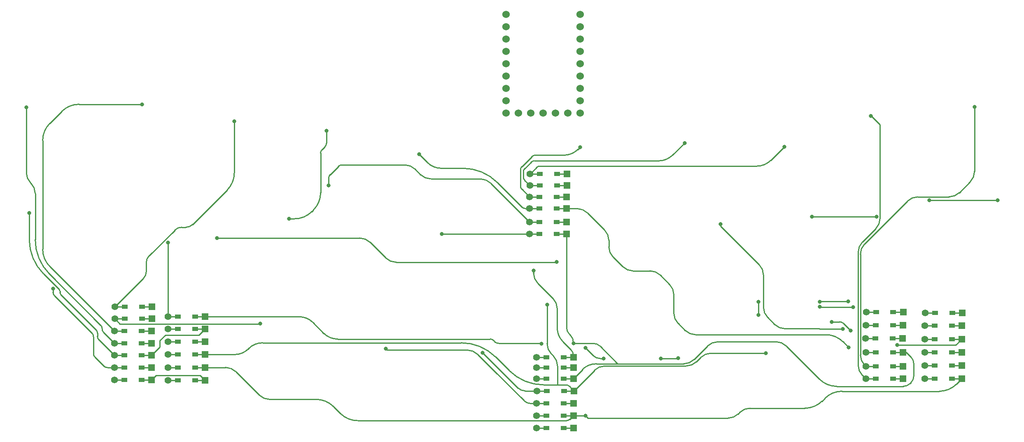
<source format=gbr>
G04 #@! TF.GenerationSoftware,KiCad,Pcbnew,7.0.1-0*
G04 #@! TF.CreationDate,2023-07-08T08:54:48+09:00*
G04 #@! TF.ProjectId,cool838ax,636f6f6c-3833-4386-9178-2e6b69636164,rev?*
G04 #@! TF.SameCoordinates,Original*
G04 #@! TF.FileFunction,Copper,L1,Top*
G04 #@! TF.FilePolarity,Positive*
%FSLAX46Y46*%
G04 Gerber Fmt 4.6, Leading zero omitted, Abs format (unit mm)*
G04 Created by KiCad (PCBNEW 7.0.1-0) date 2023-07-08 08:54:48*
%MOMM*%
%LPD*%
G01*
G04 APERTURE LIST*
G04 #@! TA.AperFunction,ComponentPad*
%ADD10R,1.397000X1.397000*%
G04 #@! TD*
G04 #@! TA.AperFunction,SMDPad,CuDef*
%ADD11R,1.300000X0.950000*%
G04 #@! TD*
G04 #@! TA.AperFunction,ComponentPad*
%ADD12C,1.397000*%
G04 #@! TD*
G04 #@! TA.AperFunction,ComponentPad*
%ADD13C,1.524000*%
G04 #@! TD*
G04 #@! TA.AperFunction,ViaPad*
%ADD14C,0.800000*%
G04 #@! TD*
G04 #@! TA.AperFunction,Conductor*
%ADD15C,0.250000*%
G04 #@! TD*
G04 APERTURE END LIST*
D10*
X-73073475Y56576266D03*
D11*
X-75108475Y56576266D03*
X-78658475Y56576266D03*
D12*
X-80693475Y56576266D03*
D10*
X-140843475Y45626266D03*
D11*
X-142878475Y45626266D03*
X-146428475Y45626266D03*
D12*
X-148463475Y45626266D03*
D10*
X-140843475Y37968766D03*
D11*
X-142878475Y37968766D03*
X-146428475Y37968766D03*
D12*
X-148463475Y37968766D03*
D10*
X-142238475Y75400266D03*
D11*
X-144273475Y75400266D03*
X-147823475Y75400266D03*
D12*
X-149858475Y75400266D03*
D10*
X-227563475Y45366266D03*
D11*
X-229598475Y45366266D03*
X-233148475Y45366266D03*
D12*
X-235183475Y45366266D03*
D10*
X-227563475Y50374266D03*
D11*
X-229598475Y50374266D03*
X-233148475Y50374266D03*
D12*
X-235183475Y50374266D03*
D10*
X-140743475Y43086266D03*
D11*
X-142778475Y43086266D03*
X-146328475Y43086266D03*
D12*
X-148363475Y43086266D03*
D10*
X-60958475Y56506266D03*
D11*
X-62993475Y56506266D03*
X-66543475Y56506266D03*
D12*
X-68578475Y56506266D03*
D10*
X-60953475Y53756266D03*
D11*
X-62988475Y53756266D03*
X-66538475Y53756266D03*
D12*
X-68573475Y53756266D03*
D10*
X-216603475Y45266266D03*
D11*
X-218638475Y45266266D03*
X-222188475Y45266266D03*
D12*
X-224223475Y45266266D03*
D10*
X-142213475Y80616266D03*
D11*
X-144248475Y80616266D03*
X-147798475Y80616266D03*
D12*
X-149833475Y80616266D03*
D10*
X-73103475Y48146266D03*
D11*
X-75138475Y48146266D03*
X-78688475Y48146266D03*
D12*
X-80723475Y48146266D03*
D10*
X-216598475Y58346266D03*
D11*
X-218633475Y58346266D03*
X-222183475Y58346266D03*
D12*
X-224218475Y58346266D03*
D10*
X-60953475Y45566266D03*
D11*
X-62988475Y45566266D03*
X-66538475Y45566266D03*
D12*
X-68573475Y45566266D03*
D10*
X-73103475Y45566266D03*
D11*
X-75138475Y45566266D03*
X-78688475Y45566266D03*
D12*
X-80723475Y45566266D03*
D10*
X-227533475Y57916266D03*
D11*
X-229568475Y57916266D03*
X-233118475Y57916266D03*
D12*
X-235153475Y57916266D03*
D10*
X-140783475Y40476266D03*
D11*
X-142818475Y40476266D03*
X-146368475Y40476266D03*
D12*
X-148403475Y40476266D03*
D10*
X-140795000Y49980000D03*
D11*
X-142830000Y49980000D03*
X-146380000Y49980000D03*
D12*
X-148415000Y49980000D03*
D10*
X-216603475Y55842266D03*
D11*
X-218638475Y55842266D03*
X-222188475Y55842266D03*
D12*
X-224223475Y55842266D03*
D10*
X-216603475Y47910266D03*
D11*
X-218638475Y47910266D03*
X-222188475Y47910266D03*
D12*
X-224223475Y47910266D03*
D10*
X-142153475Y87730266D03*
D11*
X-144188475Y87730266D03*
X-147738475Y87730266D03*
D12*
X-149773475Y87730266D03*
D10*
X-73028475Y59276266D03*
D11*
X-75063475Y59276266D03*
X-78613475Y59276266D03*
D12*
X-80648475Y59276266D03*
D10*
X-227563475Y55382266D03*
D11*
X-229598475Y55382266D03*
X-233148475Y55382266D03*
D12*
X-235183475Y55382266D03*
D10*
X-60878475Y59166266D03*
D11*
X-62913475Y59166266D03*
X-66463475Y59166266D03*
D12*
X-68498475Y59166266D03*
D10*
X-227563475Y52878266D03*
D11*
X-229598475Y52878266D03*
X-233148475Y52878266D03*
D12*
X-235183475Y52878266D03*
D10*
X-60953475Y48296266D03*
D11*
X-62988475Y48296266D03*
X-66538475Y48296266D03*
D12*
X-68573475Y48296266D03*
D10*
X-142143475Y85358933D03*
D11*
X-144178475Y85358933D03*
X-147728475Y85358933D03*
D12*
X-149763475Y85358933D03*
D10*
X-142238475Y77866266D03*
D11*
X-144273475Y77866266D03*
X-147823475Y77866266D03*
D12*
X-149858475Y77866266D03*
D10*
X-140843475Y35416266D03*
D11*
X-142878475Y35416266D03*
X-146428475Y35416266D03*
D12*
X-148463475Y35416266D03*
D10*
X-227473475Y60396266D03*
D11*
X-229508475Y60396266D03*
X-233058475Y60396266D03*
D12*
X-235093475Y60396266D03*
D10*
X-227563475Y47870266D03*
D11*
X-229598475Y47870266D03*
X-233148475Y47870266D03*
D12*
X-235183475Y47870266D03*
D10*
X-73108475Y51016266D03*
D11*
X-75143475Y51016266D03*
X-78693475Y51016266D03*
D12*
X-80728475Y51016266D03*
D10*
X-60953475Y51026266D03*
D11*
X-62988475Y51026266D03*
X-66538475Y51026266D03*
D12*
X-68573475Y51026266D03*
D10*
X-216603475Y50554266D03*
D11*
X-218638475Y50554266D03*
X-222188475Y50554266D03*
D12*
X-224223475Y50554266D03*
D10*
X-73178475Y53906266D03*
D11*
X-75213475Y53906266D03*
X-78763475Y53906266D03*
D12*
X-80798475Y53906266D03*
D10*
X-142213475Y82987600D03*
D11*
X-144248475Y82987600D03*
X-147798475Y82987600D03*
D12*
X-149833475Y82987600D03*
D10*
X-140780000Y47840000D03*
D11*
X-142815000Y47840000D03*
X-146365000Y47840000D03*
D12*
X-148400000Y47840000D03*
D10*
X-216603475Y53198266D03*
D11*
X-218638475Y53198266D03*
X-222188475Y53198266D03*
D12*
X-224223475Y53198266D03*
D13*
X-154663475Y120626266D03*
X-154663475Y118086266D03*
X-154663475Y115546266D03*
X-154663475Y113006266D03*
X-154663475Y110466266D03*
X-154663475Y107926266D03*
X-154663475Y105386266D03*
X-154663475Y102846266D03*
X-154663475Y100306266D03*
X-152123475Y100306266D03*
X-149583475Y100306266D03*
X-147043475Y100306266D03*
X-144503475Y100306266D03*
X-141963475Y100306266D03*
X-139423475Y100306266D03*
X-139423475Y102846266D03*
X-139423475Y105386266D03*
X-139423475Y107926266D03*
X-139423475Y110466266D03*
X-139423475Y113006266D03*
X-139423475Y115546266D03*
X-139423475Y118086266D03*
X-139423475Y120626266D03*
D14*
X-83340000Y60310000D03*
X-159480000Y50940000D03*
X-147420000Y52790000D03*
X-140843475Y52856266D03*
X-205250000Y56970000D03*
X-199280000Y78516266D03*
X-229540000Y102090000D03*
X-224218475Y73580198D03*
X-119340000Y49790000D03*
X-134650000Y49740000D03*
X-122860000Y49760000D03*
X-138360000Y51930000D03*
X-102750000Y61450000D03*
X-102750000Y58690000D03*
X-84260000Y52050000D03*
X-214093475Y74556266D03*
X-144243475Y69666266D03*
X-101283475Y50836266D03*
X-74223475Y52496266D03*
X-146253475Y60836266D03*
X-83853475Y55486266D03*
X-87683475Y57296266D03*
X-138333475Y37968766D03*
X-149043475Y67856266D03*
X-253333475Y101486266D03*
X-210563475Y98576266D03*
X-191623475Y96606266D03*
X-172563475Y91806266D03*
X-139433475Y93286266D03*
X-117973475Y94096266D03*
X-97453475Y93356266D03*
X-79703475Y99726266D03*
X-191153475Y85406266D03*
X-167863475Y75426266D03*
X-85443475Y55796266D03*
X-110553475Y77386266D03*
X-91793475Y78926266D03*
X-78503475Y78966266D03*
X-67643475Y82296266D03*
X-53613475Y82366266D03*
X-179403475Y51746266D03*
X-90193475Y60376266D03*
X-84333475Y61486266D03*
X-90213475Y61456266D03*
X-58363475Y101546266D03*
X-252723475Y79736266D03*
X-247853475Y64106266D03*
D15*
X-120193474Y59108907D02*
G75*
G03*
X-119314794Y56987587I2999993J-3D01*
G01*
X-130702154Y68664945D02*
G75*
G03*
X-128580834Y67786266I2121319J2121319D01*
G01*
X-117852154Y55524945D02*
G75*
G03*
X-115730834Y54646266I2121319J2121319D01*
G01*
X-133553474Y72758907D02*
G75*
G03*
X-132674794Y70637587I2999993J-3D01*
G01*
X-122964795Y66907586D02*
G75*
G03*
X-125086116Y67786266I-2121318J-2121314D01*
G01*
X-88927334Y54646266D02*
X-115730834Y54646266D01*
X-130702154Y68664945D02*
X-132674795Y70637586D01*
X-120193475Y62893625D02*
G75*
G03*
X-121072154Y65014945I-2999998J1D01*
G01*
X-133553475Y74083625D02*
G75*
G03*
X-134432154Y76204945I-2999998J1D01*
G01*
X-85391800Y53181800D02*
G75*
G03*
X-88927334Y54646266I-3535533J-3535532D01*
G01*
X-137964795Y79737586D02*
G75*
G03*
X-140086116Y80616266I-2121318J-2121314D01*
G01*
X-125086116Y67786266D02*
X-128580834Y67786266D01*
X-84260000Y52050000D02*
X-85391800Y53181800D01*
X-140086116Y80616266D02*
X-142213475Y80616266D01*
X-117852154Y55524945D02*
X-119314795Y56987586D01*
X-134432154Y76204945D02*
X-137964795Y79737586D01*
X-120193475Y59108907D02*
X-120193475Y62893625D01*
X-121072154Y65014945D02*
X-122964795Y66907586D01*
X-133553475Y72758907D02*
X-133553475Y74083625D01*
X-111127359Y53190000D02*
G75*
G03*
X-113248679Y52311321I-1J-2999998D01*
G01*
X-118146375Y48656266D02*
G75*
G03*
X-116025054Y49534946I-2J3000005D01*
G01*
X-112537359Y50836265D02*
G75*
G03*
X-114658679Y49957585I-3J-2999993D01*
G01*
X-117662641Y48196266D02*
G75*
G03*
X-115541321Y49074945I1J2999998D01*
G01*
X-117662641Y48196266D02*
X-134390834Y48196266D01*
X-101283475Y50836266D02*
X-112537359Y50836266D01*
X-114658680Y49957586D02*
X-115541321Y49074945D01*
X-97058350Y52311320D02*
G75*
G03*
X-99179671Y53190000I-2121323J-2121325D01*
G01*
X-70843475Y46174693D02*
X-70843475Y48647839D01*
X-73001902Y44016267D02*
G75*
G03*
X-71587690Y44602053I0J1999999D01*
G01*
X-71429262Y44760479D02*
G75*
G03*
X-70843475Y46174693I-1414213J1414214D01*
G01*
X-97058350Y52311320D02*
X-90227762Y45480732D01*
X-70843476Y48647839D02*
G75*
G03*
X-71429262Y50062051I-1999999J0D01*
G01*
X-111127359Y53190000D02*
X-99179671Y53190000D01*
X-131720000Y48656266D02*
X-118146375Y48656266D01*
X-116025054Y49534946D02*
X-113248679Y52311321D01*
X-72383475Y51016266D02*
X-73108475Y51016266D01*
X-86692228Y44016266D02*
X-73001902Y44016266D01*
X-90227762Y45480732D02*
G75*
G03*
X-86692228Y44016266I3535533J3535532D01*
G01*
X-71587689Y44602052D02*
X-71429262Y44760479D01*
X-71429261Y50062052D02*
X-72383475Y51016266D01*
X-83346266Y60316266D02*
X-83340000Y60310000D01*
X-84283475Y60316266D02*
X-83346266Y60316266D01*
X-154650000Y52870000D02*
X-147500000Y52870000D01*
X-147500000Y52870000D02*
X-147420000Y52790000D01*
X-154650000Y52870000D02*
X-156239520Y52870000D01*
X-156946627Y53162893D02*
G75*
G03*
X-156239520Y52870000I707104J707101D01*
G01*
X-157247107Y53463373D02*
G75*
G03*
X-157954214Y53756266I-707106J-707106D01*
G01*
X-189336621Y53756266D02*
X-157954214Y53756266D01*
X-156946627Y53162893D02*
X-157247107Y53463373D01*
X-152212053Y43672053D02*
G75*
G03*
X-150797839Y43086266I1414214J1414213D01*
G01*
X-150999261Y41062053D02*
G75*
G03*
X-149585047Y40476266I1414214J1414213D01*
G01*
X-148363475Y43086266D02*
X-150797839Y43086266D01*
X-152212053Y43672053D02*
X-159480000Y50940000D01*
X-157283604Y47346396D02*
X-160544796Y50607587D01*
X-148403475Y40476266D02*
X-149585047Y40476266D01*
X-150999261Y41062053D02*
X-157283604Y47346396D01*
X-221385307Y76776265D02*
G75*
G03*
X-222799519Y76190479I0J-1999999D01*
G01*
X-220521902Y76776267D02*
G75*
G03*
X-219107689Y77362054I0J1999999D01*
G01*
X-228079213Y70910787D02*
G75*
G03*
X-228665000Y69496573I1414213J-1414214D01*
G01*
X-229250786Y66238955D02*
G75*
G03*
X-228665000Y67653168I-1414214J1414213D01*
G01*
X-212027941Y84441800D02*
G75*
G03*
X-210563475Y87977334I-3535532J3535533D01*
G01*
X-235093475Y60396266D02*
X-229250786Y66238955D01*
X-228665000Y67653168D02*
X-228665000Y69496573D01*
X-228079213Y70910787D02*
X-222799520Y76190480D01*
X-219107688Y77362053D02*
X-212027941Y84441800D01*
X-221385307Y76776266D02*
X-220521902Y76776266D01*
X-210563475Y87977334D02*
X-210563475Y98576266D01*
X-205354234Y56865766D02*
X-205250000Y56970000D01*
X-234102975Y56865766D02*
X-205354234Y56865766D01*
X-235153475Y57916266D02*
X-234102975Y56865766D01*
X-199280000Y78516266D02*
X-198174543Y78516266D01*
X-242508932Y102090000D02*
G75*
G03*
X-246044466Y100625534I-1J-4999998D01*
G01*
X-248505534Y98164466D02*
G75*
G03*
X-249970000Y94628932I3535532J-3535533D01*
G01*
X-249970000Y72231068D02*
G75*
G03*
X-248505534Y68695534I4999998J-1D01*
G01*
X-248198791Y68388791D02*
X-248505534Y68695534D01*
X-248505534Y98164466D02*
X-246044466Y100625534D01*
X-242508932Y102090000D02*
X-229540000Y102090000D01*
X-235183475Y55382266D02*
X-248190000Y68388791D01*
X-248190000Y68388791D02*
X-248198791Y68388791D01*
X-249970000Y72231068D02*
X-249970000Y94628932D01*
X-136755786Y50325786D02*
G75*
G03*
X-135341573Y49740000I1414213J1414214D01*
G01*
X-119370000Y49760000D02*
X-119340000Y49790000D01*
X-122860000Y49760000D02*
X-119370000Y49760000D01*
X-135341573Y49740000D02*
X-134650000Y49740000D01*
X-138360000Y51930000D02*
X-136755786Y50325786D01*
X-102750000Y58690000D02*
X-102750000Y61450000D01*
X-135334213Y52270479D02*
G75*
G03*
X-136748427Y52856266I-1414214J-1414213D01*
G01*
X-136156621Y48656266D02*
X-131720000Y48656266D01*
X-140843475Y52856266D02*
X-136748427Y52856266D01*
X-135334213Y52270479D02*
X-131720000Y48656266D01*
X-140843475Y45626266D02*
X-138985048Y47484693D01*
X-144163475Y56055761D02*
G75*
G03*
X-142991902Y53227334I3999999J0D01*
G01*
X-140795001Y50202005D02*
G75*
G03*
X-141380788Y51616218I-1999999J0D01*
G01*
X-140795000Y49980000D02*
X-140795000Y50202005D01*
X-141380787Y51616219D02*
X-142991902Y53227334D01*
X-140780000Y47840000D02*
X-142815000Y47840000D01*
X-140795000Y49980000D02*
X-142830000Y49980000D01*
X-146380000Y49980000D02*
X-148415000Y49980000D01*
X-146365000Y47840000D02*
X-148400000Y47840000D01*
X-188731158Y38409732D02*
G75*
G03*
X-185195624Y36945266I3535533J3535532D01*
G01*
X-190183226Y39861800D02*
G75*
G03*
X-193718760Y41326266I-3535533J-3535532D01*
G01*
X-142281189Y36945267D02*
G75*
G03*
X-141574083Y37238160I1J999998D01*
G01*
X-188731158Y38409732D02*
X-190183226Y39861800D01*
X-212370116Y47910266D02*
X-216603475Y47910266D01*
X-210248795Y47031586D02*
G75*
G03*
X-212370116Y47910266I-2121323J-2121325D01*
G01*
X-205422154Y42204945D02*
X-210248795Y47031586D01*
X-205422154Y42204945D02*
G75*
G03*
X-203300834Y41326266I2121319J2121319D01*
G01*
X-140843475Y37968766D02*
X-141574082Y37238159D01*
X-142281189Y36945266D02*
X-185195624Y36945266D01*
X-193718760Y41326266D02*
X-203300834Y41326266D01*
X-104527359Y39510000D02*
G75*
G03*
X-106648679Y38631321I-1J-2999998D01*
G01*
X-109071702Y37450939D02*
G75*
G03*
X-106950381Y38329619I-2J3000005D01*
G01*
X-93227334Y39510000D02*
G75*
G03*
X-89691800Y40974466I1J4999998D01*
G01*
X-85588932Y43006266D02*
G75*
G03*
X-89124466Y41541800I-1J-4999998D01*
G01*
X-106950381Y38329619D02*
X-106648679Y38631321D01*
X-85588932Y43006266D02*
X-65584543Y43006266D01*
X-137815648Y37450939D02*
X-109071702Y37450939D01*
X-138333475Y37968766D02*
X-137815648Y37450939D01*
X-89691800Y40974466D02*
X-89124466Y41541800D01*
X-104527359Y39510000D02*
X-93227334Y39510000D01*
X-136156621Y48656266D02*
G75*
G03*
X-138985048Y47484693I0J-3999999D01*
G01*
X-182654795Y73677586D02*
X-179432154Y70454945D01*
X-227563475Y55382266D02*
X-229598475Y55382266D01*
X-186643475Y74556266D02*
X-184776116Y74556266D01*
X-142143475Y85358933D02*
X-144178475Y85358933D01*
X-214093475Y74556266D02*
X-186643475Y74556266D01*
X-227473475Y60396266D02*
X-229508475Y60396266D01*
X-227563475Y52878266D02*
X-229598475Y52878266D01*
X-177310834Y69576266D02*
X-144333475Y69576266D01*
X-73103475Y48146266D02*
X-75138475Y48146266D01*
X-227533475Y57916266D02*
X-229568475Y57916266D01*
X-142213475Y82987600D02*
X-144248475Y82987600D01*
X-144188475Y87730266D02*
X-142153475Y87730266D01*
X-144333475Y69576266D02*
X-144243475Y69666266D01*
X-75138475Y45566266D02*
X-73103475Y45566266D01*
X-142213475Y80616266D02*
X-144248475Y80616266D01*
X-182654795Y73677586D02*
G75*
G03*
X-184776116Y74556266I-2121318J-2121314D01*
G01*
X-179432154Y70454945D02*
G75*
G03*
X-177310834Y69576266I2121319J2121319D01*
G01*
X-73178475Y53906266D02*
X-75213475Y53906266D01*
X-216603475Y55842266D02*
X-218638475Y55842266D01*
X-142238475Y75400266D02*
X-144273475Y75400266D01*
X-142238475Y75400266D02*
X-142238475Y56149693D01*
X-73028475Y59276266D02*
X-75063475Y59276266D01*
X-225893475Y53436266D02*
X-224743475Y54586266D01*
X-216598475Y58346266D02*
X-197240329Y58346266D01*
X-227563475Y50374266D02*
X-229598475Y50374266D01*
X-140843475Y53097839D02*
X-140843475Y52856266D01*
X-227563475Y50396266D02*
X-225893475Y52066266D01*
X-142878475Y45626266D02*
X-140843475Y45626266D01*
X-75143475Y51016266D02*
X-73108475Y51016266D01*
X-225893475Y52066266D02*
X-225893475Y53436266D01*
X-224743475Y54586266D02*
X-217859475Y54586266D01*
X-218633475Y58346266D02*
X-216598475Y58346266D01*
X-142238475Y77866266D02*
X-144273475Y77866266D01*
X-141652688Y54735479D02*
X-141429261Y54512052D01*
X-227563475Y50374266D02*
X-227563475Y50396266D01*
X-194411902Y57174693D02*
X-192165048Y54927839D01*
X-217859475Y54586266D02*
X-216603475Y55842266D01*
X-73073475Y56576266D02*
X-75108475Y56576266D01*
X-194411902Y57174693D02*
G75*
G03*
X-197240329Y58346266I-2828427J-2828426D01*
G01*
X-140843476Y53097839D02*
G75*
G03*
X-141429262Y54512051I-1999999J0D01*
G01*
X-192165048Y54927839D02*
G75*
G03*
X-189336621Y53756266I2828427J2828426D01*
G01*
X-142238474Y56149693D02*
G75*
G03*
X-141652687Y54735480I1999999J0D01*
G01*
X-145374795Y50697586D02*
X-144972154Y50294945D01*
X-156824543Y50047334D02*
X-154022407Y47245198D01*
X-204766621Y52976266D02*
X-163895611Y52976266D01*
X-144093475Y48173625D02*
X-144093475Y44316266D01*
X-60878475Y59166266D02*
X-62913475Y59166266D01*
X-216603475Y50554266D02*
X-210502329Y50554266D01*
X-60958475Y56506266D02*
X-62993475Y56506266D01*
X-146951339Y44316266D02*
X-144093475Y44316266D01*
X-144093475Y44316266D02*
X-142387689Y44316266D01*
X-140743475Y43086266D02*
X-142778475Y43086266D01*
X-146253475Y60836266D02*
X-146253475Y52818907D01*
X-216603475Y53198266D02*
X-218638475Y53198266D01*
X-140843475Y35416266D02*
X-142878475Y35416266D01*
X-62213475Y52496266D02*
X-60953475Y53756266D01*
X-136512155Y47317586D02*
X-140743475Y43086266D01*
X-85370582Y57003373D02*
X-83853475Y55486266D01*
X-74223475Y52496266D02*
X-62213475Y52496266D01*
X-140783475Y40476266D02*
X-142818475Y40476266D01*
X-207673902Y51725839D02*
X-207595048Y51804693D01*
X-227563475Y47870266D02*
X-229598475Y47870266D01*
X-141680582Y44023373D02*
X-140743475Y43086266D01*
X-87683475Y57296266D02*
X-86077689Y57296266D01*
X-60953475Y51026266D02*
X-62988475Y51026266D01*
X-218638475Y50554266D02*
X-216603475Y50554266D01*
X-60953475Y53756266D02*
X-62988475Y53756266D01*
X-146253475Y52818907D02*
G75*
G03*
X-145374795Y50697586I3000005J2D01*
G01*
X-210502329Y50554266D02*
G75*
G03*
X-207673902Y51725839I0J3999999D01*
G01*
X-204766621Y52976266D02*
G75*
G03*
X-207595048Y51804693I0J-3999999D01*
G01*
X-154022407Y47245198D02*
G75*
G03*
X-146951339Y44316266I7071066J7071064D01*
G01*
X-85370582Y57003373D02*
G75*
G03*
X-86077689Y57296266I-707104J-707101D01*
G01*
X-134390834Y48196266D02*
G75*
G03*
X-136512155Y47317586I2J-3000005D01*
G01*
X-141680582Y44023373D02*
G75*
G03*
X-142387689Y44316266I-707104J-707101D01*
G01*
X-156824543Y50047334D02*
G75*
G03*
X-163895611Y52976266I-7071070J-7071075D01*
G01*
X-144093475Y48173625D02*
G75*
G03*
X-144972154Y50294945I-2999998J1D01*
G01*
X-217626975Y46289766D02*
X-216603475Y45266266D01*
X-144163475Y59993625D02*
X-144163475Y56055761D01*
X-149043475Y67856266D02*
X-149043475Y67358907D01*
X-62049009Y44470732D02*
X-60953475Y45566266D01*
X-60953475Y48296266D02*
X-62988475Y48296266D01*
X-142878475Y37968766D02*
X-140843475Y37968766D01*
X-227563475Y45366266D02*
X-226639975Y46289766D01*
X-140843475Y37968766D02*
X-138333475Y37968766D01*
X-148164795Y65237586D02*
X-145042154Y62114945D01*
X-60953475Y45566266D02*
X-62988475Y45566266D01*
X-227563475Y45366266D02*
X-229598475Y45366266D01*
X-226639975Y46289766D02*
X-217626975Y46289766D01*
X-218638475Y45266266D02*
X-216603475Y45266266D01*
X-216603475Y47910266D02*
X-218638475Y47910266D01*
X-144163475Y59993625D02*
G75*
G03*
X-145042154Y62114945I-2999998J1D01*
G01*
X-65584543Y43006266D02*
G75*
G03*
X-62049009Y44470732I1J4999998D01*
G01*
X-149043474Y67358907D02*
G75*
G03*
X-148164794Y65237587I2999993J-3D01*
G01*
X-237753475Y55912052D02*
X-237753475Y55862480D01*
X-235183475Y52878266D02*
X-233148475Y52878266D01*
X-251503475Y83713625D02*
X-251503475Y74218402D01*
X-253333475Y101486266D02*
X-253333475Y88028907D01*
X-252454795Y85907586D02*
X-252382154Y85834945D01*
X-237460582Y55155373D02*
X-235183475Y52878266D01*
X-248574543Y67147334D02*
X-238046368Y56619159D01*
X-253333474Y88028907D02*
G75*
G03*
X-252454794Y85907587I2999993J-3D01*
G01*
X-251503474Y74218402D02*
G75*
G03*
X-248574543Y67147334I10000006J2D01*
G01*
X-237753474Y55862480D02*
G75*
G03*
X-237460581Y55155374I999998J-1D01*
G01*
X-251503475Y83713625D02*
G75*
G03*
X-252382154Y85834945I-2999998J1D01*
G01*
X-237753476Y55912052D02*
G75*
G03*
X-238046369Y56619158I-999993J3D01*
G01*
X-235183475Y55382266D02*
X-233148475Y55382266D01*
X-235093475Y60396266D02*
X-233058475Y60396266D01*
X-194639009Y79980732D02*
X-194287941Y80331800D01*
X-192530582Y92759159D02*
X-191916368Y93373373D01*
X-191623475Y94080480D02*
X-191623475Y96606266D01*
X-235153475Y57916266D02*
X-233118475Y57916266D01*
X-192823475Y83867334D02*
X-192823475Y92052052D01*
X-192530582Y92759159D02*
G75*
G03*
X-192823475Y92052052I707101J-707104D01*
G01*
X-194287941Y80331800D02*
G75*
G03*
X-192823475Y83867334I-3535532J3535533D01*
G01*
X-191916368Y93373373D02*
G75*
G03*
X-191623475Y94080480I-707106J707106D01*
G01*
X-198174543Y78516266D02*
G75*
G03*
X-194639009Y79980732I1J4999998D01*
G01*
X-163545611Y88916266D02*
X-168016621Y88916266D01*
X-149833475Y80616266D02*
X-150689261Y80616266D01*
X-151396368Y80909159D02*
X-156474543Y85987334D01*
X-170845048Y90087839D02*
X-172563475Y91806266D01*
X-149833475Y80616266D02*
X-147798475Y80616266D01*
X-170845048Y90087839D02*
G75*
G03*
X-168016621Y88916266I2828427J2828426D01*
G01*
X-151396368Y80909159D02*
G75*
G03*
X-150689261Y80616266I707104J707101D01*
G01*
X-156474543Y85987334D02*
G75*
G03*
X-163545611Y88916266I-7071070J-7071075D01*
G01*
X-149833475Y82987600D02*
X-147798475Y82987600D01*
X-151430582Y89279159D02*
X-149386368Y91323373D01*
X-148679261Y91616266D02*
X-142760329Y91616266D01*
X-139931902Y92787839D02*
X-139433475Y93286266D01*
X-149833475Y82987600D02*
X-151430582Y84584707D01*
X-151723475Y85291814D02*
X-151723475Y88572052D01*
X-148679261Y91616265D02*
G75*
G03*
X-149386367Y91323372I-3J-999993D01*
G01*
X-142760329Y91616266D02*
G75*
G03*
X-139931902Y92787839I0J3999999D01*
G01*
X-151723474Y85291814D02*
G75*
G03*
X-151430581Y84584708I999993J-3D01*
G01*
X-151430582Y89279159D02*
G75*
G03*
X-151723475Y88572052I707101J-707104D01*
G01*
X-150840582Y88859159D02*
X-149546368Y90153373D01*
X-148839261Y90446266D02*
X-123290329Y90446266D01*
X-117983475Y94096266D02*
X-117973475Y94096266D01*
X-149763475Y85358933D02*
X-150840582Y86436040D01*
X-151133475Y87143147D02*
X-151133475Y88152052D01*
X-147728475Y85358933D02*
X-149763475Y85358933D01*
X-120461902Y91617839D02*
X-117983475Y94096266D01*
X-148839261Y90446265D02*
G75*
G03*
X-149546367Y90153372I-1J-999998D01*
G01*
X-123290329Y90446266D02*
G75*
G03*
X-120461902Y91617839I0J3999999D01*
G01*
X-151133474Y87143147D02*
G75*
G03*
X-150840581Y86436041I999993J-3D01*
G01*
X-150840582Y88859159D02*
G75*
G03*
X-151133475Y88152052I707106J-707106D01*
G01*
X-97453475Y93356266D02*
X-100281902Y90527839D01*
X-103110329Y89356266D02*
X-147733261Y89356266D01*
X-148440368Y89063373D02*
X-149773475Y87730266D01*
X-149773475Y87730266D02*
X-147738475Y87730266D01*
X-103110329Y89356266D02*
G75*
G03*
X-100281902Y90527839I0J3999999D01*
G01*
X-147733261Y89356265D02*
G75*
G03*
X-148440367Y89063372I-1J-999998D01*
G01*
X-79613475Y99726266D02*
X-79703475Y99726266D01*
X-80723475Y45566266D02*
X-78688475Y45566266D01*
X-80723475Y45566266D02*
X-81393296Y46236087D01*
X-81393295Y73746446D02*
X-78657154Y76482587D01*
X-77778475Y78603907D02*
X-77778475Y97891266D01*
X-82271975Y48357407D02*
X-82271975Y71625125D01*
X-77778475Y97891266D02*
X-79613475Y99726266D01*
X-78657154Y76482587D02*
G75*
G03*
X-77778475Y78603907I-2121319J2121319D01*
G01*
X-81393295Y73746446D02*
G75*
G03*
X-82271975Y71625125I2121325J-2121323D01*
G01*
X-82271975Y48357407D02*
G75*
G03*
X-81393296Y46236087I2999998J-1D01*
G01*
X-224223475Y55842266D02*
X-222188475Y55842266D01*
X-149858475Y77866266D02*
X-147823475Y77866266D01*
X-189166368Y89313373D02*
X-190860582Y87619159D01*
X-172262155Y87604946D02*
X-173384796Y88727587D01*
X-149858475Y77866266D02*
X-157839796Y85847587D01*
X-191153475Y86912052D02*
X-191153475Y85406266D01*
X-159961116Y86726266D02*
X-170140834Y86726266D01*
X-175506116Y89606266D02*
X-188343475Y89606266D01*
X-188343475Y89606266D02*
X-188459261Y89606266D01*
X-190860582Y87619159D02*
G75*
G03*
X-191153475Y86912052I707106J-707106D01*
G01*
X-188459261Y89606265D02*
G75*
G03*
X-189166367Y89313372I-1J-999998D01*
G01*
X-172262155Y87604946D02*
G75*
G03*
X-170140834Y86726266I2121318J2121314D01*
G01*
X-173384796Y88727587D02*
G75*
G03*
X-175506116Y89606266I-2121319J-2121319D01*
G01*
X-157839796Y85847587D02*
G75*
G03*
X-159961116Y86726266I-2121319J-2121319D01*
G01*
X-167837475Y75400266D02*
X-167863475Y75426266D01*
X-149858475Y75400266D02*
X-147823475Y75400266D01*
X-149858475Y75400266D02*
X-167837475Y75400266D01*
X-148463475Y45626266D02*
X-146428475Y45626266D01*
X-80728475Y51016266D02*
X-78693475Y51016266D01*
X-101753475Y60298907D02*
X-101753475Y66943625D01*
X-85443475Y55796266D02*
X-90093475Y55796266D01*
X-90303475Y55886266D02*
X-97340834Y55886266D01*
X-90213475Y55796266D02*
X-90303475Y55886266D01*
X-99462155Y56764946D02*
X-100874796Y58177587D01*
X-90093475Y55796266D02*
X-90213475Y55796266D01*
X-110553475Y76986266D02*
X-110553475Y77386266D01*
X-102632155Y69064946D02*
X-110553475Y76986266D01*
X-101753476Y66943625D02*
G75*
G03*
X-102632156Y69064945I-2999993J3D01*
G01*
X-99462155Y56764946D02*
G75*
G03*
X-97340834Y55886266I2121323J2121325D01*
G01*
X-101753475Y60298907D02*
G75*
G03*
X-100874796Y58177587I2999998J-1D01*
G01*
X-78503475Y78966266D02*
X-91753475Y78966266D01*
X-91753475Y78966266D02*
X-91793475Y78926266D01*
X-78763475Y53906266D02*
X-80798475Y53906266D01*
X-80693475Y56576266D02*
X-78658475Y56576266D01*
X-53683475Y82296266D02*
X-53613475Y82366266D01*
X-67643475Y82296266D02*
X-53683475Y82296266D01*
X-80648475Y59276266D02*
X-78613475Y59276266D01*
X-222188475Y53198266D02*
X-224223475Y53198266D01*
X-224223475Y50554266D02*
X-222188475Y50554266D01*
X-146368475Y40476266D02*
X-148403475Y40476266D01*
X-179143475Y51486266D02*
X-179403475Y51746266D01*
X-162666116Y51486266D02*
X-179143475Y51486266D01*
X-160544796Y50607587D02*
G75*
G03*
X-162666116Y51486266I-2121319J-2121319D01*
G01*
X-148363475Y43086266D02*
X-146328475Y43086266D01*
X-146428475Y35416266D02*
X-148463475Y35416266D01*
X-68573475Y51026266D02*
X-66538475Y51026266D01*
X-84283475Y60316266D02*
X-90133475Y60316266D01*
X-90133475Y60316266D02*
X-90193475Y60376266D01*
X-84333475Y61486266D02*
X-90183475Y61486266D01*
X-68573475Y53756266D02*
X-66538475Y53756266D01*
X-90183475Y61486266D02*
X-90213475Y61456266D01*
X-68578475Y56506266D02*
X-66543475Y56506266D01*
X-235183475Y45366266D02*
X-233148475Y45366266D01*
X-68573475Y48296266D02*
X-66538475Y48296266D01*
X-224218475Y58346266D02*
X-222183475Y58346266D01*
X-224218475Y58346266D02*
X-224218475Y73580198D01*
X-68573475Y45566266D02*
X-66538475Y45566266D01*
X-58363475Y88258907D02*
X-58363475Y101546266D01*
X-61479795Y83899946D02*
X-59242154Y86137587D01*
X-80723475Y48146266D02*
X-80943296Y48366087D01*
X-80943295Y73346446D02*
X-72147154Y82142587D01*
X-81821975Y50487407D02*
X-81821975Y71225125D01*
X-78688475Y48146266D02*
X-80723475Y48146266D01*
X-70025834Y83021266D02*
X-63601116Y83021266D01*
X-59242154Y86137587D02*
G75*
G03*
X-58363475Y88258907I-2121319J2121319D01*
G01*
X-70025834Y83021266D02*
G75*
G03*
X-72147154Y82142587I-1J-2999998D01*
G01*
X-81821975Y50487407D02*
G75*
G03*
X-80943296Y48366087I2999998J-1D01*
G01*
X-63601116Y83021266D02*
G75*
G03*
X-61479795Y83899946I-2J3000005D01*
G01*
X-80943295Y73346446D02*
G75*
G03*
X-81821975Y71225125I2121325J-2121323D01*
G01*
X-238713475Y54982052D02*
X-238713475Y54300480D01*
X-252723475Y79736266D02*
X-252723475Y74248402D01*
X-246277028Y62959819D02*
X-239006368Y55689159D01*
X-246423475Y63599159D02*
X-246423475Y63313373D01*
X-249794543Y67177334D02*
X-246569921Y63952712D01*
X-235183475Y50374266D02*
X-233148475Y50374266D01*
X-236206975Y51397766D02*
X-235183475Y50374266D01*
X-236224975Y51397766D02*
X-236206975Y51397766D01*
X-238420582Y53593373D02*
X-236224975Y51397766D01*
X-246423476Y63599159D02*
G75*
G03*
X-246569921Y63952712I-500001J0D01*
G01*
X-238713476Y54982052D02*
G75*
G03*
X-239006369Y55689158I-999998J1D01*
G01*
X-238713474Y54300480D02*
G75*
G03*
X-238420581Y53593374I999993J-3D01*
G01*
X-252723475Y74248402D02*
G75*
G03*
X-249794543Y67177334I9999996J-2D01*
G01*
X-246423475Y63313373D02*
G75*
G03*
X-246277028Y62959819I499997J-1D01*
G01*
X-224223475Y45266266D02*
X-222188475Y45266266D01*
X-68498475Y59166266D02*
X-66463475Y59166266D01*
X-235183475Y47870266D02*
X-236643261Y47870266D01*
X-237350368Y48163159D02*
X-239240582Y50053373D01*
X-239533475Y50760480D02*
X-239533475Y54262052D01*
X-235183475Y47870266D02*
X-233148475Y47870266D01*
X-239826368Y54969159D02*
X-247560582Y62703373D01*
X-247853475Y63410480D02*
X-247853475Y64106266D01*
X-239533474Y50760480D02*
G75*
G03*
X-239240581Y50053374I999998J-1D01*
G01*
X-237350368Y48163159D02*
G75*
G03*
X-236643261Y47870266I707106J707106D01*
G01*
X-247853474Y63410480D02*
G75*
G03*
X-247560581Y62703374I999993J-3D01*
G01*
X-239533476Y54262052D02*
G75*
G03*
X-239826369Y54969158I-999998J1D01*
G01*
X-224223475Y47910266D02*
X-222188475Y47910266D01*
X-148463475Y37968766D02*
X-146428475Y37968766D01*
M02*

</source>
